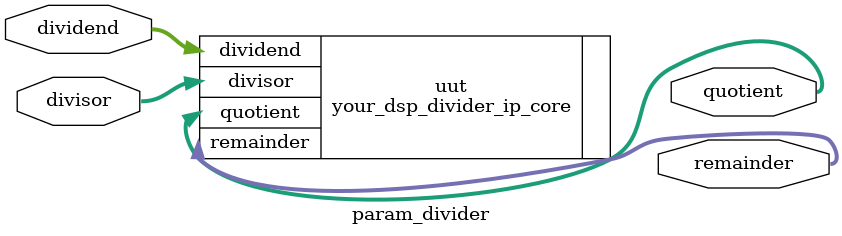
<source format=v>
module param_divider #(
    parameter WIDTH = 8
)(
    input [WIDTH-1:0] dividend,
    input [WIDTH-1:0] divisor,
    output reg [WIDTH-1:0] quotient,
    output reg [WIDTH-1:0] remainder
);
    
    wire [WIDTH*2-1:0] result;
    
    // Assuming availability of a DSP-based divider IP in the synthesis tool
    // This is a placeholder for actual instantiation of DSP divider IP core
    // The exact instantiation may vary based on the target FPGA/CPLD vendor and version
    
    // Example instantiation - replace with actual vendor-specific instantiation template
    your_dsp_divider_ip_core uut (
        .dividend(dividend),
        .divisor(divisor),
        .quotient(quotient),
        .remainder(remainder)
    );
endmodule
</source>
